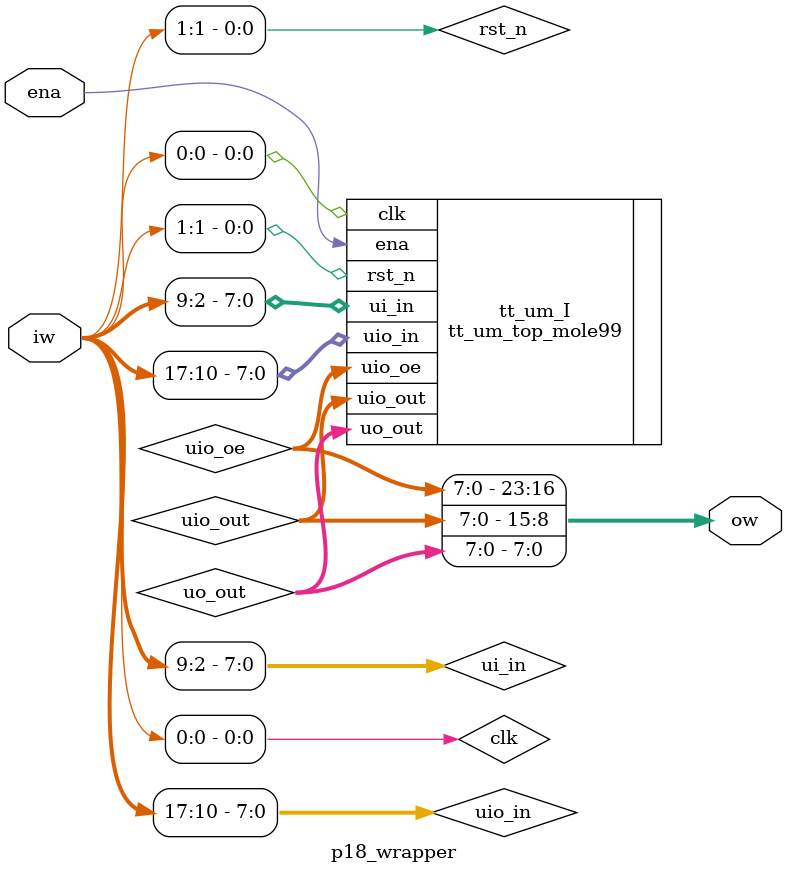
<source format=v>
`default_nettype none

module p18_wrapper (
  input wire ena,
  input wire [17:0] iw,
  output wire [23:0] ow
);

wire [7:0] uio_in;
wire [7:0] uio_out;
wire [7:0] uio_oe;
wire [7:0] uo_out;
wire [7:0] ui_in;
wire clk;
wire rst_n;

assign { uio_in, ui_in, rst_n, clk} = iw;
assign ow = { uio_oe, uio_out, uo_out };

tt_um_top_mole99 tt_um_I (
  .uio_in  (uio_in),
  .uio_out (uio_out),
  .uio_oe  (uio_oe),
  .uo_out  (uo_out),
  .ui_in   (ui_in),
  .ena     (ena),
  .clk     (clk),
  .rst_n   (rst_n)
);

endmodule

</source>
